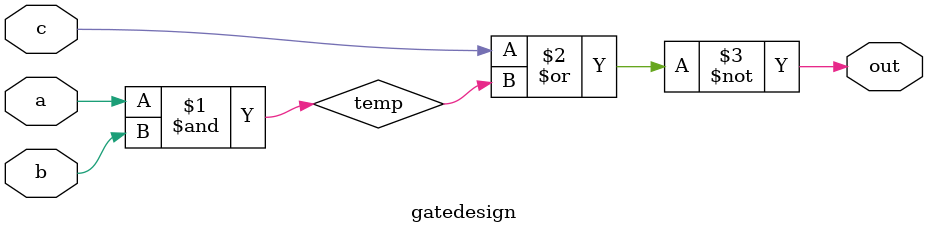
<source format=v>
/* 
 and then and nor gate
*/
module gatedesign
(
 a,
 b,
 c,
 out
 );

	input a;
	input b;
 	input c;

	output out;

	wire temp;

   assign temp = a & b;
   assign out = ~(c | temp);
 
endmodule // 
</source>
